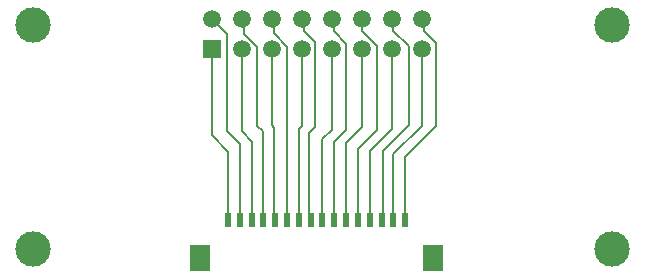
<source format=gbl>
G04*
G04 #@! TF.GenerationSoftware,Altium Limited,Altium Designer,23.8.1 (32)*
G04*
G04 Layer_Physical_Order=2*
G04 Layer_Color=16711680*
%FSLAX44Y44*%
%MOMM*%
G71*
G04*
G04 #@! TF.SameCoordinates,EABBD3BE-967A-4A3B-942A-E4C863628C70*
G04*
G04*
G04 #@! TF.FilePolarity,Positive*
G04*
G01*
G75*
%ADD19C,0.2040*%
%ADD20C,1.5000*%
%ADD21R,1.5000X1.5000*%
%ADD22C,3.0000*%
%ADD23R,1.8000X2.2000*%
%ADD24R,0.6000X1.3000*%
D19*
X345000Y54541D02*
Y108000D01*
X371000Y134000D01*
X360577Y214423D02*
X371000Y204000D01*
Y134000D02*
Y204000D01*
X358900Y224840D02*
X360577Y223163D01*
Y214423D02*
Y223163D01*
X335000Y54541D02*
Y110000D01*
X358900Y133900D01*
Y199440D01*
X333500Y224840D02*
X335000Y223340D01*
Y214497D02*
Y223340D01*
Y214497D02*
X348000Y201497D01*
Y135000D02*
Y201497D01*
X308100Y214900D02*
Y224840D01*
X320800Y130800D02*
Y202200D01*
X308100Y214900D02*
X320800Y202200D01*
X282700Y224840D02*
X284420Y223120D01*
Y214280D02*
Y223120D01*
Y214280D02*
X295000Y203700D01*
X259720Y214280D02*
Y222420D01*
X257300Y224840D02*
X259720Y222420D01*
Y214280D02*
X269000Y205000D01*
Y133000D02*
Y205000D01*
X233720Y212554D02*
Y223020D01*
X231900Y224840D02*
X233720Y223020D01*
Y212554D02*
X245000Y201274D01*
X208874Y212000D02*
Y222466D01*
X206500Y224840D02*
X208874Y222466D01*
Y212000D02*
X220000Y200874D01*
Y134521D02*
Y200874D01*
X181100Y224840D02*
X193800Y212140D01*
Y130200D02*
Y212140D01*
X181100Y126210D02*
Y199440D01*
Y126210D02*
X195155Y112155D01*
X195000Y112000D02*
X195155Y112155D01*
X195000Y54541D02*
Y112000D01*
X333500Y131500D02*
Y201674D01*
X282700Y130837D02*
Y199440D01*
X257300Y134300D02*
Y203700D01*
X234380Y55161D02*
Y132620D01*
X231900Y135100D02*
Y202100D01*
Y135100D02*
X234380Y132620D01*
Y55161D02*
X235000Y54541D01*
X305000Y115000D02*
X320800Y130800D01*
X206500Y129500D02*
Y199440D01*
X205000Y54541D02*
Y119000D01*
X193800Y130200D02*
X205000Y119000D01*
X295000Y131000D02*
Y203700D01*
X245000Y54541D02*
Y201274D01*
X325000Y54541D02*
X326000Y55541D01*
Y113000D01*
X348000Y135000D01*
X315000Y54541D02*
Y113000D01*
X315000Y54541D02*
X315000Y54541D01*
Y113000D02*
X333500Y131500D01*
X305000Y54541D02*
Y115000D01*
X295000Y120000D02*
X308100Y133100D01*
X295000Y54541D02*
Y120000D01*
X308100Y133100D02*
Y201900D01*
X285000Y121000D02*
X295000Y131000D01*
X285000Y54541D02*
Y121000D01*
X275000Y123137D02*
X282700Y130837D01*
X275000Y54541D02*
Y123137D01*
X255000Y132000D02*
X257300Y134300D01*
X255000Y54541D02*
Y132000D01*
X264000Y55541D02*
Y128000D01*
Y55541D02*
X265000Y54541D01*
X264000Y128000D02*
X269000Y133000D01*
X215000Y54541D02*
Y121000D01*
X206500Y129500D02*
X215000Y121000D01*
X225000Y54541D02*
Y129521D01*
X220000Y134521D02*
X225000Y129521D01*
D20*
X358900Y224840D02*
D03*
Y199440D02*
D03*
X333500Y224840D02*
D03*
Y199440D02*
D03*
X308100Y224840D02*
D03*
X282700D02*
D03*
X257300D02*
D03*
X231900D02*
D03*
X206500D02*
D03*
X181100D02*
D03*
X308100Y199440D02*
D03*
X282700D02*
D03*
X257300D02*
D03*
X231900D02*
D03*
X206500D02*
D03*
D21*
X181100D02*
D03*
D22*
X520000Y30000D02*
D03*
Y220000D02*
D03*
X30000D02*
D03*
Y30000D02*
D03*
D23*
X171000Y22041D02*
D03*
X369000D02*
D03*
D24*
X315000Y54541D02*
D03*
X305000D02*
D03*
X325000D02*
D03*
X335000D02*
D03*
X345000D02*
D03*
X285000D02*
D03*
X275000D02*
D03*
X295000D02*
D03*
X265000D02*
D03*
X255000D02*
D03*
X245000D02*
D03*
X235000D02*
D03*
X225000D02*
D03*
X215000D02*
D03*
X205000D02*
D03*
X195000D02*
D03*
M02*

</source>
